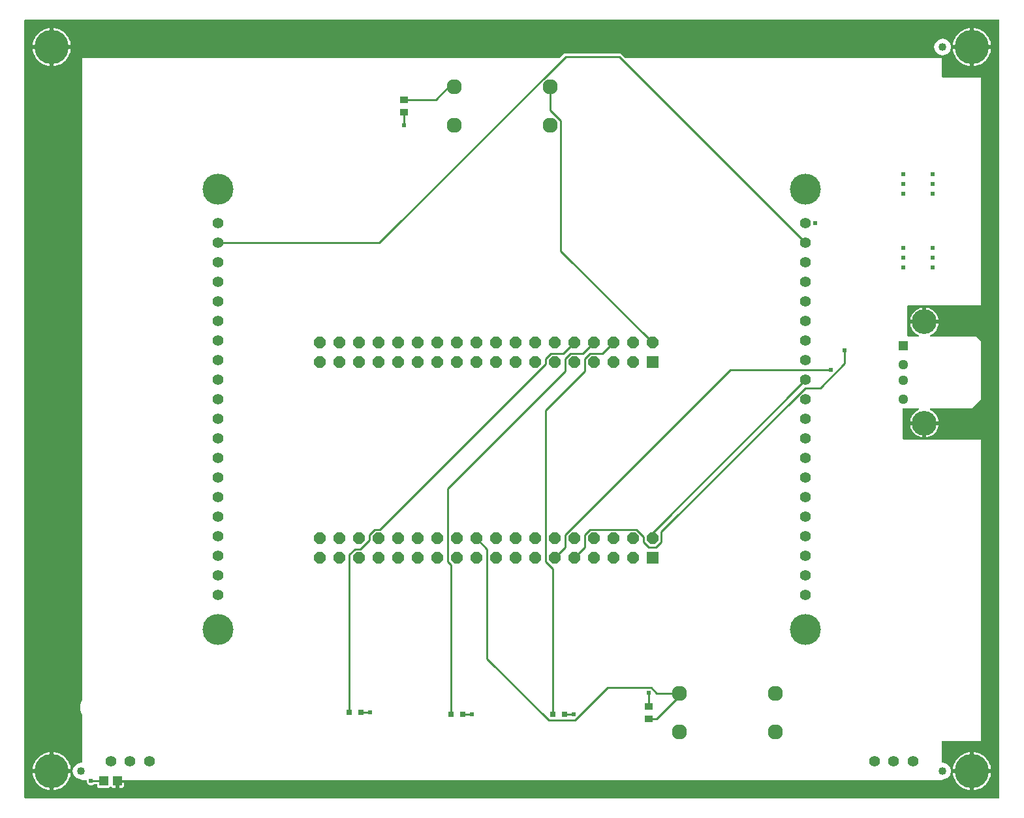
<source format=gbr>
G04 EAGLE Gerber RS-274X export*
G75*
%MOMM*%
%FSLAX34Y34*%
%LPD*%
%INTop Copper*%
%IPPOS*%
%AMOC8*
5,1,8,0,0,1.08239X$1,22.5*%
G01*
%ADD10R,1.524000X1.524000*%
%ADD11P,1.649562X8X202.500000*%
%ADD12C,1.400000*%
%ADD13C,4.016000*%
%ADD14R,0.800000X0.800000*%
%ADD15C,1.960000*%
%ADD16R,1.288000X1.288000*%
%ADD17C,1.288000*%
%ADD18C,3.220000*%
%ADD19R,1.031241X0.949959*%
%ADD20C,4.445000*%
%ADD21C,1.016000*%
%ADD22R,1.143000X1.270000*%
%ADD23C,0.254000*%
%ADD24C,0.609600*%

G36*
X2556Y3692D02*
X2556Y3692D01*
X2563Y3573D01*
X2576Y3535D01*
X2581Y3494D01*
X2624Y3384D01*
X2661Y3271D01*
X2683Y3236D01*
X2698Y3199D01*
X2767Y3103D01*
X2831Y3002D01*
X2861Y2974D01*
X2884Y2941D01*
X2976Y2865D01*
X3063Y2784D01*
X3098Y2764D01*
X3129Y2739D01*
X3237Y2688D01*
X3341Y2630D01*
X3381Y2620D01*
X3417Y2603D01*
X3534Y2581D01*
X3649Y2551D01*
X3709Y2547D01*
X3729Y2543D01*
X3750Y2545D01*
X3810Y2541D01*
X1265991Y2541D01*
X1266109Y2556D01*
X1266227Y2563D01*
X1266266Y2575D01*
X1266306Y2581D01*
X1266417Y2624D01*
X1266530Y2661D01*
X1266564Y2683D01*
X1266602Y2698D01*
X1266698Y2767D01*
X1266799Y2831D01*
X1266827Y2861D01*
X1266859Y2884D01*
X1266935Y2976D01*
X1267017Y3063D01*
X1267036Y3098D01*
X1267062Y3129D01*
X1267113Y3237D01*
X1267170Y3341D01*
X1267180Y3380D01*
X1267198Y3417D01*
X1267220Y3534D01*
X1267250Y3649D01*
X1267254Y3709D01*
X1267257Y3729D01*
X1267256Y3750D01*
X1267260Y3810D01*
X1267369Y558800D01*
X1267459Y1012190D01*
X1267444Y1012308D01*
X1267436Y1012427D01*
X1267424Y1012465D01*
X1267419Y1012505D01*
X1267375Y1012616D01*
X1267338Y1012729D01*
X1267317Y1012764D01*
X1267302Y1012801D01*
X1267232Y1012897D01*
X1267168Y1012998D01*
X1267139Y1013026D01*
X1267115Y1013058D01*
X1267023Y1013134D01*
X1266936Y1013216D01*
X1266901Y1013236D01*
X1266870Y1013261D01*
X1266762Y1013312D01*
X1266658Y1013370D01*
X1266619Y1013380D01*
X1266582Y1013397D01*
X1266465Y1013419D01*
X1266350Y1013449D01*
X1266290Y1013453D01*
X1266270Y1013457D01*
X1266250Y1013455D01*
X1266189Y1013459D01*
X3810Y1013459D01*
X3692Y1013444D01*
X3573Y1013437D01*
X3535Y1013424D01*
X3494Y1013419D01*
X3384Y1013376D01*
X3271Y1013339D01*
X3236Y1013317D01*
X3199Y1013302D01*
X3103Y1013233D01*
X3002Y1013169D01*
X2974Y1013139D01*
X2941Y1013116D01*
X2865Y1013024D01*
X2784Y1012937D01*
X2764Y1012902D01*
X2739Y1012871D01*
X2688Y1012763D01*
X2630Y1012659D01*
X2620Y1012619D01*
X2603Y1012583D01*
X2581Y1012466D01*
X2551Y1012351D01*
X2547Y1012291D01*
X2543Y1012271D01*
X2545Y1012250D01*
X2541Y1012190D01*
X2541Y3810D01*
X2556Y3692D01*
G37*
%LPC*%
G36*
X696868Y963931D02*
X696868Y963931D01*
X696967Y963943D01*
X697066Y963946D01*
X697124Y963963D01*
X697184Y963971D01*
X697276Y964007D01*
X697371Y964035D01*
X697423Y964065D01*
X697480Y964088D01*
X697560Y964146D01*
X697645Y964196D01*
X697720Y964262D01*
X697737Y964274D01*
X697745Y964284D01*
X697766Y964303D01*
X702984Y969521D01*
X775768Y969521D01*
X780987Y964303D01*
X781065Y964242D01*
X781137Y964174D01*
X781190Y964145D01*
X781238Y964108D01*
X781329Y964068D01*
X781416Y964020D01*
X781474Y964005D01*
X781530Y963981D01*
X781628Y963966D01*
X781723Y963941D01*
X781824Y963935D01*
X781844Y963931D01*
X781856Y963933D01*
X781884Y963931D01*
X1192531Y963931D01*
X1192531Y939800D01*
X1192546Y939682D01*
X1192553Y939563D01*
X1192566Y939525D01*
X1192571Y939484D01*
X1192614Y939374D01*
X1192651Y939261D01*
X1192673Y939226D01*
X1192688Y939189D01*
X1192758Y939093D01*
X1192821Y938992D01*
X1192851Y938964D01*
X1192874Y938931D01*
X1192966Y938856D01*
X1193053Y938774D01*
X1193088Y938754D01*
X1193119Y938729D01*
X1193227Y938678D01*
X1193331Y938620D01*
X1193371Y938610D01*
X1193407Y938593D01*
X1193524Y938571D01*
X1193639Y938541D01*
X1193700Y938537D01*
X1193720Y938533D01*
X1193740Y938535D01*
X1193800Y938531D01*
X1243331Y938531D01*
X1243331Y642619D01*
X1149350Y642619D01*
X1149232Y642604D01*
X1149113Y642597D01*
X1149075Y642584D01*
X1149034Y642579D01*
X1148924Y642536D01*
X1148811Y642499D01*
X1148776Y642477D01*
X1148739Y642462D01*
X1148643Y642393D01*
X1148542Y642329D01*
X1148514Y642299D01*
X1148481Y642276D01*
X1148406Y642184D01*
X1148324Y642097D01*
X1148304Y642062D01*
X1148279Y642031D01*
X1148228Y641923D01*
X1148170Y641819D01*
X1148160Y641779D01*
X1148143Y641743D01*
X1148121Y641626D01*
X1148091Y641511D01*
X1148087Y641451D01*
X1148083Y641431D01*
X1148085Y641410D01*
X1148081Y641350D01*
X1148081Y603250D01*
X1148096Y603132D01*
X1148103Y603013D01*
X1148116Y602975D01*
X1148121Y602934D01*
X1148164Y602824D01*
X1148201Y602711D01*
X1148223Y602676D01*
X1148238Y602639D01*
X1148308Y602543D01*
X1148371Y602442D01*
X1148401Y602414D01*
X1148424Y602381D01*
X1148516Y602306D01*
X1148603Y602224D01*
X1148638Y602204D01*
X1148669Y602179D01*
X1148777Y602128D01*
X1148881Y602070D01*
X1148921Y602060D01*
X1148957Y602043D01*
X1149074Y602021D01*
X1149189Y601991D01*
X1149250Y601987D01*
X1149270Y601983D01*
X1149290Y601985D01*
X1149350Y601981D01*
X1161529Y601981D01*
X1161598Y601990D01*
X1161668Y601988D01*
X1161755Y602009D01*
X1161844Y602021D01*
X1161909Y602046D01*
X1161977Y602063D01*
X1162056Y602105D01*
X1162140Y602138D01*
X1162196Y602179D01*
X1162258Y602211D01*
X1162324Y602272D01*
X1162397Y602324D01*
X1162442Y602378D01*
X1162493Y602425D01*
X1162543Y602500D01*
X1162600Y602569D01*
X1162630Y602633D01*
X1162668Y602691D01*
X1162697Y602776D01*
X1162735Y602857D01*
X1162749Y602926D01*
X1162771Y602992D01*
X1162778Y603081D01*
X1162795Y603170D01*
X1162791Y603239D01*
X1162796Y603309D01*
X1162781Y603397D01*
X1162775Y603487D01*
X1162754Y603553D01*
X1162742Y603622D01*
X1162705Y603704D01*
X1162677Y603789D01*
X1162640Y603849D01*
X1162611Y603912D01*
X1162555Y603982D01*
X1162507Y604058D01*
X1162456Y604106D01*
X1162413Y604161D01*
X1162341Y604214D01*
X1162276Y604276D01*
X1162215Y604310D01*
X1162159Y604352D01*
X1162014Y604423D01*
X1161838Y604496D01*
X1159722Y605718D01*
X1157783Y607205D01*
X1156055Y608933D01*
X1154568Y610872D01*
X1153346Y612988D01*
X1152411Y615245D01*
X1151778Y617605D01*
X1151633Y618711D01*
X1168830Y618711D01*
X1168948Y618726D01*
X1169067Y618733D01*
X1169105Y618746D01*
X1169145Y618751D01*
X1169256Y618794D01*
X1169369Y618831D01*
X1169403Y618853D01*
X1169441Y618868D01*
X1169537Y618938D01*
X1169638Y619001D01*
X1169666Y619031D01*
X1169698Y619054D01*
X1169774Y619146D01*
X1169856Y619233D01*
X1169875Y619268D01*
X1169901Y619299D01*
X1169952Y619407D01*
X1170009Y619511D01*
X1170020Y619551D01*
X1170037Y619587D01*
X1170059Y619704D01*
X1170089Y619819D01*
X1170093Y619880D01*
X1170097Y619900D01*
X1170095Y619920D01*
X1170099Y619980D01*
X1170099Y621251D01*
X1170101Y621251D01*
X1170101Y619980D01*
X1170116Y619862D01*
X1170123Y619743D01*
X1170136Y619705D01*
X1170141Y619664D01*
X1170185Y619554D01*
X1170221Y619441D01*
X1170243Y619406D01*
X1170258Y619369D01*
X1170328Y619273D01*
X1170391Y619172D01*
X1170421Y619144D01*
X1170445Y619111D01*
X1170536Y619036D01*
X1170623Y618954D01*
X1170658Y618934D01*
X1170690Y618909D01*
X1170797Y618858D01*
X1170902Y618800D01*
X1170941Y618790D01*
X1170977Y618773D01*
X1171094Y618751D01*
X1171209Y618721D01*
X1171270Y618717D01*
X1171290Y618713D01*
X1171310Y618715D01*
X1171370Y618711D01*
X1188567Y618711D01*
X1188422Y617605D01*
X1187789Y615245D01*
X1186854Y612988D01*
X1185632Y610872D01*
X1184145Y608933D01*
X1182417Y607205D01*
X1180478Y605718D01*
X1178362Y604496D01*
X1178186Y604423D01*
X1178125Y604388D01*
X1178060Y604362D01*
X1177988Y604310D01*
X1177910Y604265D01*
X1177859Y604217D01*
X1177803Y604176D01*
X1177746Y604106D01*
X1177681Y604044D01*
X1177645Y603984D01*
X1177600Y603931D01*
X1177562Y603849D01*
X1177515Y603773D01*
X1177494Y603706D01*
X1177465Y603643D01*
X1177448Y603555D01*
X1177421Y603469D01*
X1177418Y603399D01*
X1177405Y603331D01*
X1177410Y603241D01*
X1177406Y603151D01*
X1177420Y603083D01*
X1177425Y603013D01*
X1177452Y602928D01*
X1177470Y602840D01*
X1177501Y602777D01*
X1177523Y602711D01*
X1177571Y602635D01*
X1177610Y602554D01*
X1177655Y602501D01*
X1177693Y602442D01*
X1177758Y602380D01*
X1177816Y602312D01*
X1177873Y602272D01*
X1177924Y602224D01*
X1178003Y602181D01*
X1178076Y602129D01*
X1178142Y602104D01*
X1178203Y602070D01*
X1178290Y602048D01*
X1178374Y602016D01*
X1178443Y602008D01*
X1178511Y601991D01*
X1178671Y601981D01*
X1237724Y601981D01*
X1243331Y596374D01*
X1243331Y521226D01*
X1231374Y509269D01*
X1178309Y509269D01*
X1178240Y509261D01*
X1178170Y509262D01*
X1178083Y509241D01*
X1177994Y509229D01*
X1177929Y509204D01*
X1177861Y509187D01*
X1177782Y509145D01*
X1177698Y509112D01*
X1177642Y509071D01*
X1177580Y509039D01*
X1177513Y508978D01*
X1177441Y508926D01*
X1177396Y508872D01*
X1177345Y508825D01*
X1177295Y508750D01*
X1177238Y508681D01*
X1177208Y508617D01*
X1177170Y508559D01*
X1177141Y508474D01*
X1177102Y508393D01*
X1177089Y508324D01*
X1177067Y508258D01*
X1177060Y508169D01*
X1177043Y508081D01*
X1177047Y508011D01*
X1177041Y507941D01*
X1177057Y507853D01*
X1177062Y507763D01*
X1177084Y507697D01*
X1177096Y507628D01*
X1177133Y507546D01*
X1177160Y507461D01*
X1177198Y507402D01*
X1177226Y507338D01*
X1177282Y507268D01*
X1177331Y507192D01*
X1177382Y507144D01*
X1177425Y507090D01*
X1177497Y507036D01*
X1177562Y506974D01*
X1177623Y506940D01*
X1177679Y506898D01*
X1177824Y506827D01*
X1178362Y506604D01*
X1180478Y505382D01*
X1182417Y503895D01*
X1184145Y502167D01*
X1185632Y500228D01*
X1186854Y498112D01*
X1187789Y495855D01*
X1188422Y493495D01*
X1188567Y492389D01*
X1171370Y492389D01*
X1171252Y492374D01*
X1171133Y492367D01*
X1171095Y492354D01*
X1171055Y492349D01*
X1170944Y492306D01*
X1170831Y492269D01*
X1170797Y492247D01*
X1170759Y492232D01*
X1170663Y492162D01*
X1170562Y492099D01*
X1170534Y492069D01*
X1170502Y492045D01*
X1170426Y491954D01*
X1170344Y491867D01*
X1170325Y491832D01*
X1170299Y491801D01*
X1170248Y491693D01*
X1170191Y491589D01*
X1170180Y491549D01*
X1170163Y491513D01*
X1170141Y491396D01*
X1170111Y491281D01*
X1170107Y491220D01*
X1170103Y491200D01*
X1170105Y491180D01*
X1170101Y491120D01*
X1170101Y489849D01*
X1170099Y489849D01*
X1170099Y491120D01*
X1170084Y491238D01*
X1170077Y491357D01*
X1170064Y491395D01*
X1170059Y491435D01*
X1170015Y491546D01*
X1169979Y491659D01*
X1169957Y491694D01*
X1169942Y491731D01*
X1169872Y491827D01*
X1169809Y491928D01*
X1169779Y491956D01*
X1169755Y491989D01*
X1169664Y492064D01*
X1169577Y492146D01*
X1169542Y492166D01*
X1169510Y492191D01*
X1169403Y492242D01*
X1169298Y492300D01*
X1169259Y492310D01*
X1169223Y492327D01*
X1169106Y492349D01*
X1168991Y492379D01*
X1168930Y492383D01*
X1168910Y492387D01*
X1168890Y492385D01*
X1168830Y492389D01*
X1151633Y492389D01*
X1151778Y493495D01*
X1152411Y495855D01*
X1153346Y498112D01*
X1154568Y500228D01*
X1156055Y502167D01*
X1157783Y503895D01*
X1159722Y505382D01*
X1161838Y506604D01*
X1162376Y506827D01*
X1162437Y506862D01*
X1162502Y506888D01*
X1162575Y506940D01*
X1162653Y506985D01*
X1162703Y507033D01*
X1162759Y507074D01*
X1162817Y507144D01*
X1162881Y507206D01*
X1162918Y507266D01*
X1162962Y507319D01*
X1163000Y507401D01*
X1163047Y507477D01*
X1163068Y507544D01*
X1163098Y507607D01*
X1163114Y507695D01*
X1163141Y507781D01*
X1163144Y507851D01*
X1163157Y507920D01*
X1163152Y508009D01*
X1163156Y508099D01*
X1163142Y508167D01*
X1163138Y508237D01*
X1163110Y508322D01*
X1163092Y508410D01*
X1163061Y508473D01*
X1163040Y508539D01*
X1162991Y508615D01*
X1162952Y508696D01*
X1162907Y508749D01*
X1162869Y508808D01*
X1162804Y508870D01*
X1162746Y508938D01*
X1162689Y508978D01*
X1162638Y509026D01*
X1162559Y509069D01*
X1162486Y509121D01*
X1162420Y509146D01*
X1162359Y509180D01*
X1162272Y509202D01*
X1162188Y509234D01*
X1162119Y509242D01*
X1162051Y509259D01*
X1161891Y509269D01*
X1143000Y509269D01*
X1142882Y509254D01*
X1142763Y509247D01*
X1142725Y509234D01*
X1142684Y509229D01*
X1142574Y509186D01*
X1142461Y509149D01*
X1142426Y509127D01*
X1142389Y509112D01*
X1142293Y509043D01*
X1142192Y508979D01*
X1142164Y508949D01*
X1142131Y508926D01*
X1142056Y508834D01*
X1141974Y508747D01*
X1141954Y508712D01*
X1141929Y508681D01*
X1141878Y508573D01*
X1141820Y508469D01*
X1141810Y508429D01*
X1141793Y508393D01*
X1141771Y508276D01*
X1141741Y508161D01*
X1141737Y508101D01*
X1141733Y508081D01*
X1141735Y508060D01*
X1141731Y508000D01*
X1141731Y469900D01*
X1141746Y469782D01*
X1141753Y469663D01*
X1141766Y469625D01*
X1141771Y469584D01*
X1141814Y469474D01*
X1141851Y469361D01*
X1141873Y469326D01*
X1141888Y469289D01*
X1141958Y469193D01*
X1142021Y469092D01*
X1142051Y469064D01*
X1142074Y469031D01*
X1142166Y468956D01*
X1142253Y468874D01*
X1142288Y468854D01*
X1142319Y468829D01*
X1142427Y468778D01*
X1142531Y468720D01*
X1142571Y468710D01*
X1142607Y468693D01*
X1142724Y468671D01*
X1142839Y468641D01*
X1142900Y468637D01*
X1142920Y468633D01*
X1142940Y468635D01*
X1143000Y468631D01*
X1243331Y468631D01*
X1243331Y77469D01*
X1193800Y77469D01*
X1193682Y77454D01*
X1193563Y77447D01*
X1193525Y77434D01*
X1193484Y77429D01*
X1193374Y77386D01*
X1193261Y77349D01*
X1193226Y77327D01*
X1193189Y77312D01*
X1193093Y77243D01*
X1192992Y77179D01*
X1192964Y77149D01*
X1192931Y77126D01*
X1192856Y77034D01*
X1192774Y76947D01*
X1192754Y76912D01*
X1192729Y76881D01*
X1192678Y76773D01*
X1192620Y76669D01*
X1192610Y76629D01*
X1192593Y76593D01*
X1192571Y76476D01*
X1192541Y76361D01*
X1192537Y76301D01*
X1192533Y76281D01*
X1192535Y76260D01*
X1192531Y76200D01*
X1192531Y50478D01*
X1192545Y50366D01*
X1192551Y50254D01*
X1192565Y50209D01*
X1192571Y50162D01*
X1192612Y50058D01*
X1192645Y49950D01*
X1192670Y49910D01*
X1192688Y49866D01*
X1192754Y49776D01*
X1192813Y49680D01*
X1192847Y49647D01*
X1192874Y49609D01*
X1192961Y49537D01*
X1193042Y49460D01*
X1193083Y49436D01*
X1193119Y49406D01*
X1193221Y49358D01*
X1193319Y49303D01*
X1193388Y49280D01*
X1193407Y49271D01*
X1193425Y49267D01*
X1193472Y49252D01*
X1199332Y47681D01*
X1203381Y43632D01*
X1204864Y38100D01*
X1203381Y32568D01*
X1199332Y28519D01*
X1193472Y26948D01*
X1193367Y26906D01*
X1193261Y26871D01*
X1193221Y26846D01*
X1193177Y26828D01*
X1193087Y26761D01*
X1192992Y26701D01*
X1192962Y26669D01*
X124460Y26669D01*
X124342Y26654D01*
X124223Y26647D01*
X124185Y26634D01*
X124145Y26629D01*
X124034Y26586D01*
X123921Y26549D01*
X123886Y26527D01*
X123849Y26512D01*
X123753Y26443D01*
X123652Y26379D01*
X123624Y26349D01*
X123592Y26326D01*
X123516Y26234D01*
X123434Y26147D01*
X123415Y26112D01*
X123389Y26081D01*
X123338Y25973D01*
X123281Y25869D01*
X123270Y25829D01*
X123253Y25793D01*
X123231Y25676D01*
X123201Y25561D01*
X123197Y25501D01*
X123193Y25481D01*
X123194Y25471D01*
X123193Y25468D01*
X123194Y25454D01*
X123191Y25400D01*
X123191Y25399D01*
X121920Y25399D01*
X121802Y25384D01*
X121683Y25377D01*
X121645Y25364D01*
X121605Y25359D01*
X121494Y25315D01*
X121381Y25279D01*
X121346Y25257D01*
X121309Y25242D01*
X121213Y25172D01*
X121112Y25109D01*
X121084Y25079D01*
X121051Y25055D01*
X120976Y24964D01*
X120894Y24877D01*
X120874Y24842D01*
X120849Y24810D01*
X120798Y24703D01*
X120740Y24599D01*
X120730Y24559D01*
X120713Y24523D01*
X120691Y24406D01*
X120661Y24291D01*
X120657Y24230D01*
X120653Y24210D01*
X120654Y24201D01*
X120653Y24198D01*
X120654Y24184D01*
X120651Y24130D01*
X120651Y16509D01*
X117141Y16509D01*
X116494Y16682D01*
X115915Y17017D01*
X115442Y17490D01*
X115433Y17505D01*
X115357Y17605D01*
X115286Y17710D01*
X115261Y17732D01*
X115241Y17759D01*
X115142Y17837D01*
X115048Y17920D01*
X115018Y17935D01*
X114992Y17956D01*
X114877Y18007D01*
X114765Y18065D01*
X114732Y18072D01*
X114701Y18086D01*
X114577Y18107D01*
X114454Y18134D01*
X114421Y18133D01*
X114388Y18139D01*
X114263Y18128D01*
X114137Y18125D01*
X114104Y18115D01*
X114071Y18112D01*
X113952Y18071D01*
X113831Y18036D01*
X113802Y18019D01*
X113770Y18008D01*
X113665Y17938D01*
X113557Y17875D01*
X113521Y17842D01*
X113505Y17832D01*
X113491Y17816D01*
X113436Y17768D01*
X112177Y16509D01*
X98643Y16509D01*
X97154Y17998D01*
X97154Y20320D01*
X97139Y20438D01*
X97132Y20557D01*
X97119Y20595D01*
X97114Y20636D01*
X97071Y20746D01*
X97034Y20859D01*
X97012Y20894D01*
X96997Y20931D01*
X96928Y21027D01*
X96864Y21128D01*
X96834Y21156D01*
X96811Y21189D01*
X96719Y21265D01*
X96632Y21346D01*
X96597Y21366D01*
X96566Y21391D01*
X96458Y21442D01*
X96354Y21500D01*
X96314Y21510D01*
X96278Y21527D01*
X96161Y21549D01*
X96046Y21579D01*
X95986Y21583D01*
X95966Y21587D01*
X95945Y21585D01*
X95885Y21589D01*
X93519Y21589D01*
X93420Y21577D01*
X93321Y21574D01*
X93263Y21557D01*
X93203Y21549D01*
X93111Y21513D01*
X93016Y21485D01*
X92964Y21455D01*
X92907Y21432D01*
X92827Y21374D01*
X92742Y21324D01*
X92667Y21258D01*
X92650Y21246D01*
X92645Y21239D01*
X92640Y21236D01*
X92636Y21231D01*
X92621Y21218D01*
X92066Y20662D01*
X90012Y19811D01*
X87788Y19811D01*
X85734Y20662D01*
X84162Y22234D01*
X83311Y24288D01*
X83311Y25400D01*
X83296Y25518D01*
X83289Y25637D01*
X83276Y25675D01*
X83271Y25716D01*
X83228Y25826D01*
X83191Y25939D01*
X83169Y25974D01*
X83154Y26011D01*
X83085Y26107D01*
X83021Y26208D01*
X82991Y26236D01*
X82968Y26269D01*
X82876Y26345D01*
X82789Y26426D01*
X82754Y26446D01*
X82723Y26471D01*
X82615Y26522D01*
X82511Y26580D01*
X82471Y26590D01*
X82435Y26607D01*
X82318Y26629D01*
X82203Y26659D01*
X82143Y26663D01*
X82123Y26667D01*
X82102Y26665D01*
X82042Y26669D01*
X77032Y26669D01*
X76958Y26740D01*
X76952Y26744D01*
X76947Y26748D01*
X76912Y26768D01*
X76881Y26794D01*
X76779Y26842D01*
X76681Y26897D01*
X76672Y26900D01*
X76669Y26902D01*
X76658Y26905D01*
X76612Y26920D01*
X76593Y26929D01*
X76575Y26933D01*
X76528Y26948D01*
X70668Y28519D01*
X66619Y32568D01*
X65136Y38100D01*
X66619Y43632D01*
X70668Y47681D01*
X76528Y49252D01*
X76632Y49294D01*
X76739Y49329D01*
X76774Y49350D01*
X76811Y49365D01*
X76817Y49369D01*
X76823Y49372D01*
X76913Y49439D01*
X77008Y49499D01*
X77036Y49528D01*
X77069Y49552D01*
X77073Y49557D01*
X77078Y49561D01*
X77149Y49648D01*
X77226Y49731D01*
X77246Y49766D01*
X77271Y49797D01*
X77274Y49803D01*
X77278Y49808D01*
X77325Y49910D01*
X77380Y50009D01*
X77390Y50048D01*
X77407Y50085D01*
X77408Y50092D01*
X77411Y50098D01*
X77431Y50208D01*
X77459Y50317D01*
X77463Y50377D01*
X77467Y50397D01*
X77466Y50404D01*
X77467Y50411D01*
X77466Y50429D01*
X77469Y50478D01*
X77469Y111234D01*
X77457Y111333D01*
X77454Y111431D01*
X77437Y111490D01*
X77429Y111550D01*
X77393Y111642D01*
X77365Y111737D01*
X77335Y111789D01*
X77312Y111845D01*
X77254Y111926D01*
X77204Y112011D01*
X77138Y112086D01*
X77126Y112103D01*
X77116Y112111D01*
X77097Y112132D01*
X76949Y112280D01*
X74659Y117808D01*
X74659Y123792D01*
X76949Y129320D01*
X77097Y129468D01*
X77158Y129546D01*
X77226Y129619D01*
X77255Y129672D01*
X77292Y129720D01*
X77332Y129811D01*
X77380Y129897D01*
X77395Y129956D01*
X77419Y130011D01*
X77434Y130109D01*
X77459Y130205D01*
X77465Y130305D01*
X77469Y130325D01*
X77467Y130338D01*
X77469Y130366D01*
X77469Y963931D01*
X696868Y963931D01*
G37*
%LPD*%
%LPC*%
G36*
X1188268Y968319D02*
X1188268Y968319D01*
X1184219Y972368D01*
X1182736Y977900D01*
X1184219Y983432D01*
X1188268Y987481D01*
X1193800Y988964D01*
X1199332Y987481D01*
X1203381Y983432D01*
X1204864Y977900D01*
X1203381Y972368D01*
X1199332Y968319D01*
X1193800Y966836D01*
X1188268Y968319D01*
G37*
%LPD*%
%LPC*%
G36*
X1234439Y980439D02*
X1234439Y980439D01*
X1234439Y1002536D01*
X1236055Y1002354D01*
X1238767Y1001735D01*
X1241392Y1000817D01*
X1243899Y999610D01*
X1246254Y998130D01*
X1248429Y996395D01*
X1250395Y994429D01*
X1252130Y992254D01*
X1253610Y989899D01*
X1254817Y987392D01*
X1255735Y984767D01*
X1256354Y982055D01*
X1256536Y980439D01*
X1234439Y980439D01*
G37*
%LPD*%
%LPC*%
G36*
X40639Y980439D02*
X40639Y980439D01*
X40639Y1002536D01*
X42255Y1002354D01*
X44967Y1001735D01*
X47592Y1000817D01*
X50099Y999610D01*
X52454Y998130D01*
X54629Y996395D01*
X56595Y994429D01*
X58330Y992254D01*
X59810Y989899D01*
X61017Y987392D01*
X61935Y984767D01*
X62554Y982055D01*
X62736Y980439D01*
X40639Y980439D01*
G37*
%LPD*%
%LPC*%
G36*
X40639Y40639D02*
X40639Y40639D01*
X40639Y62736D01*
X42255Y62554D01*
X44967Y61935D01*
X47592Y61017D01*
X50099Y59810D01*
X52454Y58330D01*
X54629Y56595D01*
X56595Y54629D01*
X58330Y52454D01*
X59810Y50099D01*
X61017Y47592D01*
X61935Y44967D01*
X62554Y42255D01*
X62736Y40639D01*
X40639Y40639D01*
G37*
%LPD*%
%LPC*%
G36*
X1234439Y40639D02*
X1234439Y40639D01*
X1234439Y62736D01*
X1236055Y62554D01*
X1238767Y61935D01*
X1241392Y61017D01*
X1243899Y59810D01*
X1246254Y58330D01*
X1248429Y56595D01*
X1250395Y54629D01*
X1252130Y52454D01*
X1253610Y50099D01*
X1254817Y47592D01*
X1255735Y44967D01*
X1256354Y42255D01*
X1256536Y40639D01*
X1234439Y40639D01*
G37*
%LPD*%
%LPC*%
G36*
X13464Y980439D02*
X13464Y980439D01*
X13646Y982055D01*
X14265Y984767D01*
X15183Y987392D01*
X16390Y989899D01*
X17870Y992254D01*
X19605Y994429D01*
X21571Y996395D01*
X23746Y998130D01*
X26101Y999610D01*
X28608Y1000817D01*
X31233Y1001735D01*
X33945Y1002354D01*
X35561Y1002536D01*
X35561Y980439D01*
X13464Y980439D01*
G37*
%LPD*%
%LPC*%
G36*
X1207264Y980439D02*
X1207264Y980439D01*
X1207446Y982055D01*
X1208065Y984767D01*
X1208983Y987392D01*
X1210190Y989899D01*
X1211670Y992254D01*
X1213405Y994429D01*
X1215371Y996395D01*
X1217546Y998130D01*
X1219901Y999610D01*
X1222408Y1000817D01*
X1225033Y1001735D01*
X1227745Y1002354D01*
X1229361Y1002536D01*
X1229361Y980439D01*
X1207264Y980439D01*
G37*
%LPD*%
%LPC*%
G36*
X1234439Y975361D02*
X1234439Y975361D01*
X1256536Y975361D01*
X1256354Y973745D01*
X1255735Y971033D01*
X1254817Y968408D01*
X1253610Y965901D01*
X1252130Y963546D01*
X1250395Y961371D01*
X1248429Y959405D01*
X1246254Y957670D01*
X1243899Y956190D01*
X1241392Y954983D01*
X1238767Y954065D01*
X1236055Y953446D01*
X1234439Y953264D01*
X1234439Y975361D01*
G37*
%LPD*%
%LPC*%
G36*
X40639Y975361D02*
X40639Y975361D01*
X62736Y975361D01*
X62554Y973745D01*
X61935Y971033D01*
X61017Y968408D01*
X59810Y965901D01*
X58330Y963546D01*
X56595Y961371D01*
X54629Y959405D01*
X52454Y957670D01*
X50099Y956190D01*
X47592Y954983D01*
X44967Y954065D01*
X42255Y953446D01*
X40639Y953264D01*
X40639Y975361D01*
G37*
%LPD*%
%LPC*%
G36*
X13464Y40639D02*
X13464Y40639D01*
X13646Y42255D01*
X14265Y44967D01*
X15183Y47592D01*
X16390Y50099D01*
X17870Y52454D01*
X19605Y54629D01*
X21571Y56595D01*
X23746Y58330D01*
X26101Y59810D01*
X28608Y61017D01*
X31233Y61935D01*
X33945Y62554D01*
X35561Y62736D01*
X35561Y40639D01*
X13464Y40639D01*
G37*
%LPD*%
%LPC*%
G36*
X1207264Y40639D02*
X1207264Y40639D01*
X1207446Y42255D01*
X1208065Y44967D01*
X1208983Y47592D01*
X1210190Y50099D01*
X1211670Y52454D01*
X1213405Y54629D01*
X1215371Y56595D01*
X1217546Y58330D01*
X1219901Y59810D01*
X1222408Y61017D01*
X1225033Y61935D01*
X1227745Y62554D01*
X1229361Y62736D01*
X1229361Y40639D01*
X1207264Y40639D01*
G37*
%LPD*%
%LPC*%
G36*
X1234439Y35561D02*
X1234439Y35561D01*
X1256536Y35561D01*
X1256354Y33945D01*
X1255735Y31233D01*
X1254817Y28608D01*
X1253610Y26101D01*
X1252130Y23746D01*
X1250395Y21571D01*
X1248429Y19605D01*
X1246254Y17870D01*
X1243899Y16390D01*
X1241392Y15183D01*
X1238767Y14265D01*
X1236055Y13646D01*
X1234439Y13464D01*
X1234439Y35561D01*
G37*
%LPD*%
%LPC*%
G36*
X40639Y35561D02*
X40639Y35561D01*
X62736Y35561D01*
X62554Y33945D01*
X61935Y31233D01*
X61017Y28608D01*
X59810Y26101D01*
X58330Y23746D01*
X56595Y21571D01*
X54629Y19605D01*
X52454Y17870D01*
X50099Y16390D01*
X47592Y15183D01*
X44967Y14265D01*
X42255Y13646D01*
X40639Y13464D01*
X40639Y35561D01*
G37*
%LPD*%
%LPC*%
G36*
X1227745Y953446D02*
X1227745Y953446D01*
X1225033Y954065D01*
X1222408Y954983D01*
X1219901Y956190D01*
X1217546Y957670D01*
X1215371Y959405D01*
X1213405Y961371D01*
X1211670Y963546D01*
X1210190Y965901D01*
X1208983Y968408D01*
X1208065Y971033D01*
X1207446Y973745D01*
X1207264Y975361D01*
X1229361Y975361D01*
X1229361Y953264D01*
X1227745Y953446D01*
G37*
%LPD*%
%LPC*%
G36*
X33945Y953446D02*
X33945Y953446D01*
X31233Y954065D01*
X28608Y954983D01*
X26101Y956190D01*
X23746Y957670D01*
X21571Y959405D01*
X19605Y961371D01*
X17870Y963546D01*
X16390Y965901D01*
X15183Y968408D01*
X14265Y971033D01*
X13646Y973745D01*
X13464Y975361D01*
X35561Y975361D01*
X35561Y953264D01*
X33945Y953446D01*
G37*
%LPD*%
%LPC*%
G36*
X1227745Y13646D02*
X1227745Y13646D01*
X1225033Y14265D01*
X1222408Y15183D01*
X1219901Y16390D01*
X1217546Y17870D01*
X1215371Y19605D01*
X1213405Y21571D01*
X1211670Y23746D01*
X1210190Y26101D01*
X1208983Y28608D01*
X1208065Y31233D01*
X1207446Y33945D01*
X1207264Y35561D01*
X1229361Y35561D01*
X1229361Y13464D01*
X1227745Y13646D01*
G37*
%LPD*%
%LPC*%
G36*
X33945Y13646D02*
X33945Y13646D01*
X31233Y14265D01*
X28608Y15183D01*
X26101Y16390D01*
X23746Y17870D01*
X21571Y19605D01*
X19605Y21571D01*
X17870Y23746D01*
X16390Y26101D01*
X15183Y28608D01*
X14265Y31233D01*
X13646Y33945D01*
X13464Y35561D01*
X35561Y35561D01*
X35561Y13464D01*
X33945Y13646D01*
G37*
%LPD*%
%LPC*%
G36*
X1172639Y623789D02*
X1172639Y623789D01*
X1172639Y639717D01*
X1173745Y639572D01*
X1176105Y638939D01*
X1178362Y638004D01*
X1180478Y636782D01*
X1182417Y635295D01*
X1184145Y633567D01*
X1185632Y631628D01*
X1186854Y629512D01*
X1187789Y627255D01*
X1188422Y624895D01*
X1188567Y623789D01*
X1172639Y623789D01*
G37*
%LPD*%
%LPC*%
G36*
X1151633Y623789D02*
X1151633Y623789D01*
X1151778Y624895D01*
X1152411Y627255D01*
X1153346Y629512D01*
X1154568Y631628D01*
X1156055Y633567D01*
X1157783Y635295D01*
X1159722Y636782D01*
X1161838Y638004D01*
X1164095Y638939D01*
X1166455Y639572D01*
X1167561Y639717D01*
X1167561Y623789D01*
X1151633Y623789D01*
G37*
%LPD*%
%LPC*%
G36*
X1172639Y487311D02*
X1172639Y487311D01*
X1188567Y487311D01*
X1188422Y486205D01*
X1187789Y483845D01*
X1186854Y481588D01*
X1185632Y479472D01*
X1184145Y477533D01*
X1182417Y475805D01*
X1180478Y474318D01*
X1178362Y473096D01*
X1176105Y472161D01*
X1173745Y471528D01*
X1172639Y471383D01*
X1172639Y487311D01*
G37*
%LPD*%
%LPC*%
G36*
X1166455Y471528D02*
X1166455Y471528D01*
X1164095Y472161D01*
X1161838Y473096D01*
X1159722Y474318D01*
X1157783Y475805D01*
X1156055Y477533D01*
X1154568Y479472D01*
X1153346Y481588D01*
X1152411Y483845D01*
X1151778Y486205D01*
X1151633Y487311D01*
X1167561Y487311D01*
X1167561Y471383D01*
X1166455Y471528D01*
G37*
%LPD*%
%LPC*%
G36*
X125729Y16509D02*
X125729Y16509D01*
X125729Y22861D01*
X131446Y22861D01*
X131446Y18716D01*
X131273Y18069D01*
X130938Y17490D01*
X130465Y17017D01*
X129886Y16682D01*
X129239Y16509D01*
X125729Y16509D01*
G37*
%LPD*%
%LPC*%
G36*
X1231899Y977899D02*
X1231899Y977899D01*
X1231899Y977901D01*
X1231901Y977901D01*
X1231901Y977899D01*
X1231899Y977899D01*
G37*
%LPD*%
%LPC*%
G36*
X38099Y977899D02*
X38099Y977899D01*
X38099Y977901D01*
X38101Y977901D01*
X38101Y977899D01*
X38099Y977899D01*
G37*
%LPD*%
%LPC*%
G36*
X1231899Y38099D02*
X1231899Y38099D01*
X1231899Y38101D01*
X1231901Y38101D01*
X1231901Y38099D01*
X1231899Y38099D01*
G37*
%LPD*%
%LPC*%
G36*
X38099Y38099D02*
X38099Y38099D01*
X38099Y38101D01*
X38101Y38101D01*
X38101Y38099D01*
X38099Y38099D01*
G37*
%LPD*%
D10*
X817200Y314700D03*
D11*
X817200Y340100D03*
X791800Y314700D03*
X791800Y340100D03*
X766400Y314700D03*
X766400Y340100D03*
X741000Y314700D03*
X741000Y340100D03*
X715600Y314700D03*
X715600Y340100D03*
X690200Y314700D03*
X690200Y340100D03*
X664800Y314700D03*
X664800Y340100D03*
X639400Y314700D03*
X639400Y340100D03*
X614000Y314700D03*
X614000Y340100D03*
X588600Y314700D03*
X588600Y340100D03*
X563200Y314700D03*
X563200Y340100D03*
X537800Y314700D03*
X537800Y340100D03*
X512400Y314700D03*
X512400Y340100D03*
X487000Y314700D03*
X487000Y340100D03*
X461600Y314700D03*
X461600Y340100D03*
X436200Y314700D03*
X436200Y340100D03*
X410800Y314700D03*
X410800Y340100D03*
X385400Y314700D03*
X385400Y340100D03*
D10*
X817200Y568700D03*
D11*
X817200Y594100D03*
X791800Y568700D03*
X791800Y594100D03*
X766400Y568700D03*
X766400Y594100D03*
X741000Y568700D03*
X741000Y594100D03*
X715600Y568700D03*
X715600Y594100D03*
X690200Y568700D03*
X690200Y594100D03*
X664800Y568700D03*
X664800Y594100D03*
X639400Y568700D03*
X639400Y594100D03*
X614000Y568700D03*
X614000Y594100D03*
X588600Y568700D03*
X588600Y594100D03*
X563200Y568700D03*
X563200Y594100D03*
X537800Y568700D03*
X537800Y594100D03*
X512400Y568700D03*
X512400Y594100D03*
X487000Y568700D03*
X487000Y594100D03*
X461600Y568700D03*
X461600Y594100D03*
X436200Y568700D03*
X436200Y594100D03*
X410800Y568700D03*
X410800Y594100D03*
X385400Y568700D03*
X385400Y594100D03*
D12*
X254000Y723900D03*
X254000Y749300D03*
X254000Y698500D03*
X254000Y673100D03*
X254000Y647700D03*
X254000Y596900D03*
X254000Y622300D03*
X254000Y571500D03*
X254000Y546100D03*
X254000Y520700D03*
X254000Y469900D03*
X254000Y495300D03*
X254000Y444500D03*
X254000Y419100D03*
X254000Y393700D03*
X254000Y342900D03*
X254000Y368300D03*
X254000Y317500D03*
X254000Y292100D03*
X254000Y266700D03*
X1016000Y749300D03*
X1016000Y723900D03*
X1016000Y698500D03*
X1016000Y673100D03*
X1016000Y647700D03*
X1016000Y622300D03*
X1016000Y596900D03*
X1016000Y571500D03*
X1016000Y546100D03*
X1016000Y520700D03*
X1016000Y495300D03*
X1016000Y469900D03*
X1016000Y444500D03*
X1016000Y419100D03*
X1016000Y393700D03*
X1016000Y368300D03*
X1016000Y342900D03*
X1016000Y317500D03*
X1016000Y292100D03*
X1016000Y266700D03*
D13*
X254000Y222250D03*
X254000Y793750D03*
X1016000Y222250D03*
X1016000Y793750D03*
D14*
X688460Y111760D03*
X703460Y111760D03*
D12*
X114700Y50800D03*
X139700Y50800D03*
X164700Y50800D03*
D15*
X684800Y926700D03*
X684800Y876700D03*
X559800Y876700D03*
X559800Y926700D03*
D16*
X1143000Y590550D03*
D17*
X1143000Y565550D03*
X1143000Y545550D03*
X1143000Y520550D03*
D18*
X1170100Y621250D03*
X1170100Y489850D03*
D19*
X495300Y909701D03*
X495300Y893699D03*
X812800Y106299D03*
X812800Y122301D03*
D12*
X1105300Y50800D03*
X1130300Y50800D03*
X1155300Y50800D03*
D15*
X976900Y139300D03*
X976900Y89300D03*
X851900Y89300D03*
X851900Y139300D03*
D14*
X556380Y111760D03*
X571380Y111760D03*
X424300Y114300D03*
X439300Y114300D03*
D20*
X38100Y38100D03*
X38100Y977900D03*
X1231900Y977900D03*
X1231900Y38100D03*
D21*
X1193800Y38100D03*
X76200Y38100D03*
X1193800Y977900D03*
D22*
X105410Y25400D03*
X123190Y25400D03*
D23*
X703460Y111760D02*
X715010Y111760D01*
D24*
X715010Y111760D03*
D23*
X582930Y111760D02*
X571380Y111760D01*
D24*
X582930Y111760D03*
D23*
X450850Y114300D02*
X439300Y114300D01*
D24*
X450850Y114300D03*
D23*
X105410Y25400D02*
X88900Y25400D01*
D24*
X88900Y25400D03*
X1028700Y749300D03*
D23*
X462753Y723900D02*
X254000Y723900D01*
X462753Y723900D02*
X704563Y965710D01*
X774190Y965710D02*
X1016000Y723900D01*
X774190Y965710D02*
X704563Y965710D01*
X495300Y893699D02*
X495300Y876300D01*
D24*
X495300Y876300D03*
D23*
X812800Y139700D02*
X812800Y122301D01*
D24*
X812800Y139700D03*
D23*
X729570Y573435D02*
X736266Y580130D01*
X688460Y300276D02*
X688460Y111760D01*
X752430Y580130D02*
X766400Y594100D01*
X678770Y309966D02*
X688460Y300276D01*
X729570Y557270D02*
X729570Y573435D01*
X736266Y580130D02*
X752430Y580130D01*
X729570Y557270D02*
X678770Y506470D01*
X678770Y309966D01*
X556380Y305356D02*
X556380Y111760D01*
X556380Y305356D02*
X551770Y309966D01*
X704170Y573435D02*
X710866Y580130D01*
X727030Y580130D02*
X741000Y594100D01*
X704170Y573435D02*
X704170Y557270D01*
X710866Y580130D02*
X727030Y580130D01*
X551770Y404870D02*
X551770Y309966D01*
X551770Y404870D02*
X704170Y557270D01*
X456866Y351530D02*
X450170Y344835D01*
X678770Y573435D02*
X685466Y580130D01*
X701630Y580130D02*
X715600Y594100D01*
X701630Y580130D02*
X685466Y580130D01*
X438395Y326130D02*
X431466Y326130D01*
X438395Y326130D02*
X450170Y337906D01*
X450170Y344835D01*
X456866Y351530D02*
X463795Y351530D01*
X678770Y566506D01*
X678770Y573435D01*
X424300Y318965D02*
X424300Y114300D01*
X424300Y318965D02*
X431466Y326130D01*
X684800Y895948D02*
X684800Y926700D01*
X684800Y895948D02*
X698410Y882338D01*
X698410Y712890D02*
X817200Y594100D01*
X698410Y712890D02*
X698410Y882338D01*
X536321Y909701D02*
X495300Y909701D01*
X536321Y909701D02*
X553720Y927100D01*
X559400Y927100D01*
X559800Y926700D01*
X851900Y139300D02*
X852361Y138840D01*
X852361Y135700D01*
X822960Y106299D02*
X812800Y106299D01*
X822960Y106299D02*
X852361Y135700D01*
X851900Y139300D02*
X822899Y139300D01*
X602570Y326130D02*
X588600Y340100D01*
X815641Y146558D02*
X822899Y139300D01*
X716899Y103950D02*
X682882Y103950D01*
X602570Y184262D01*
X602570Y326130D01*
X759507Y146558D02*
X815641Y146558D01*
X759507Y146558D02*
X716899Y103950D01*
X817200Y340100D02*
X817200Y347300D01*
X1016000Y546100D01*
D24*
X1066800Y584200D03*
D23*
X736266Y351530D02*
X729570Y344835D01*
X805770Y335366D02*
X812466Y328670D01*
X821935Y328670D01*
X828630Y335366D01*
X729570Y328670D02*
X715600Y314700D01*
X1066800Y566993D02*
X1066800Y584200D01*
X729570Y344835D02*
X729570Y328670D01*
X828630Y335366D02*
X828630Y348618D01*
X1015302Y535290D01*
X1035097Y535290D01*
X1066800Y566993D01*
X796535Y351530D02*
X736266Y351530D01*
X796535Y351530D02*
X805770Y342295D01*
X805770Y335366D01*
D24*
X1048908Y558800D03*
D23*
X704170Y328670D02*
X690200Y314700D01*
X704170Y328670D02*
X704170Y344835D01*
X918136Y558800D01*
X1048908Y558800D01*
D24*
X1143000Y812800D03*
X1143000Y800100D03*
X1143000Y787400D03*
X1181100Y812800D03*
X1181100Y800100D03*
X1181100Y787400D03*
X1143000Y717550D03*
X1143000Y704850D03*
X1143000Y692150D03*
X1181100Y717550D03*
X1181100Y704850D03*
X1181100Y692150D03*
M02*

</source>
